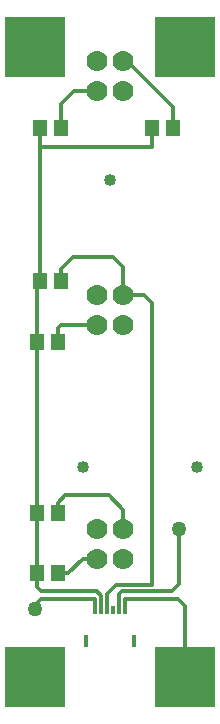
<source format=gtl>
G04 Layer_Physical_Order=1*
G04 Layer_Color=255*
%FSAX24Y24*%
%MOIN*%
G70*
G01*
G75*
%ADD10R,0.0453X0.0551*%
%ADD11R,0.0118X0.0394*%
%ADD12R,0.0118X0.0276*%
%ADD13C,0.0400*%
%ADD14C,0.0120*%
%ADD15C,0.0700*%
%ADD16R,0.2000X0.2000*%
%ADD17C,0.0500*%
D10*
X012244Y016950D02*
D03*
X011556D02*
D03*
X012244Y014950D02*
D03*
X011556D02*
D03*
X012344Y024700D02*
D03*
X011656D02*
D03*
X016094Y029800D02*
D03*
X015406D02*
D03*
X012244Y022650D02*
D03*
X011556D02*
D03*
X012344Y029800D02*
D03*
X011656D02*
D03*
D11*
X013197Y012697D02*
D03*
X014803D02*
D03*
D12*
X013508Y013740D02*
D03*
X013705D02*
D03*
X013902D02*
D03*
X014098D02*
D03*
X014295D02*
D03*
X014492D02*
D03*
D13*
X013100Y018500D02*
D03*
X014000Y028050D02*
D03*
X016900Y018500D02*
D03*
D14*
X014563Y032037D02*
X016094Y030506D01*
Y029850D02*
Y030506D01*
X011556Y024650D02*
X011656Y024750D01*
X014435Y032037D02*
X014563D01*
X012500Y017550D02*
X013950D01*
X012244Y017294D02*
X012500Y017550D01*
X012244Y016950D02*
Y017294D01*
X011556Y014950D02*
Y016950D01*
Y014494D02*
Y014950D01*
X012244Y016900D02*
Y016950D01*
X012750Y025500D02*
X014100D01*
X012344Y025094D02*
X012750Y025500D01*
X012344Y024700D02*
Y025094D01*
X012294Y024700D02*
X012344D01*
X015406Y029800D02*
Y029850D01*
Y029156D02*
Y029800D01*
X012244Y014950D02*
X012600D01*
X013087Y015437D01*
X013565D01*
X014435Y016437D02*
Y017065D01*
X013950Y017550D02*
X014435Y017065D01*
X012344Y029800D02*
Y030594D01*
X012787Y031037D01*
X013565D01*
X014100Y025500D02*
X014435Y025165D01*
Y024237D02*
Y025165D01*
X012350Y023237D02*
X013565D01*
X012244Y022650D02*
Y023131D01*
X012350Y023237D01*
X014492Y013740D02*
Y014092D01*
X016258D01*
X016500Y011500D02*
Y013850D01*
X016258Y014092D02*
X016500Y013850D01*
X014295Y013740D02*
Y014245D01*
X013508Y013740D02*
Y014092D01*
X011692D02*
X013508D01*
X011556Y014494D02*
X011700Y014350D01*
X011606Y029750D02*
X011656Y029800D01*
X014295Y014245D02*
X014400Y014350D01*
X014435Y024237D02*
X015113D01*
X015400Y023950D01*
X014400Y014350D02*
X016050D01*
X016281Y014582D01*
Y016418D01*
X015400Y014550D02*
Y023950D01*
X013902Y014252D02*
X014200Y014550D01*
X013902Y013740D02*
Y014252D01*
X014200Y014550D02*
X015400D01*
X011700Y014350D02*
X013550D01*
X013705Y013740D02*
Y014195D01*
X013550Y014350D02*
X013705Y014195D01*
X011500Y013900D02*
X011692Y014092D01*
X011500Y013750D02*
Y013900D01*
X011656Y024750D02*
Y029150D01*
Y029800D01*
Y029150D02*
X015400D01*
X015406Y029156D01*
X011556Y022650D02*
Y024650D01*
Y016950D02*
Y022650D01*
D15*
X013565Y031037D02*
D03*
X014435D02*
D03*
X013565Y032037D02*
D03*
X014435D02*
D03*
Y016437D02*
D03*
X013565D02*
D03*
X014435Y015437D02*
D03*
X013565D02*
D03*
Y023237D02*
D03*
X014435D02*
D03*
X013565Y024237D02*
D03*
X014435D02*
D03*
D16*
X011500Y011500D02*
D03*
X016500D02*
D03*
Y032500D02*
D03*
X011500D02*
D03*
D17*
X016281Y016418D02*
D03*
X011500Y013750D02*
D03*
M02*

</source>
